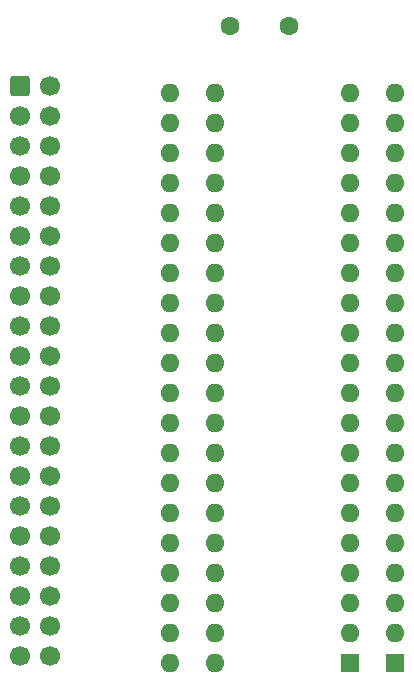
<source format=gbr>
%TF.GenerationSoftware,KiCad,Pcbnew,(6.0.9)*%
%TF.CreationDate,2022-11-13T11:09:17+10:30*%
%TF.ProjectId,TEC-SC IO Port,5445432d-5343-4204-994f-20506f72742e,rev?*%
%TF.SameCoordinates,Original*%
%TF.FileFunction,Soldermask,Bot*%
%TF.FilePolarity,Negative*%
%FSLAX46Y46*%
G04 Gerber Fmt 4.6, Leading zero omitted, Abs format (unit mm)*
G04 Created by KiCad (PCBNEW (6.0.9)) date 2022-11-13 11:09:17*
%MOMM*%
%LPD*%
G01*
G04 APERTURE LIST*
G04 Aperture macros list*
%AMRoundRect*
0 Rectangle with rounded corners*
0 $1 Rounding radius*
0 $2 $3 $4 $5 $6 $7 $8 $9 X,Y pos of 4 corners*
0 Add a 4 corners polygon primitive as box body*
4,1,4,$2,$3,$4,$5,$6,$7,$8,$9,$2,$3,0*
0 Add four circle primitives for the rounded corners*
1,1,$1+$1,$2,$3*
1,1,$1+$1,$4,$5*
1,1,$1+$1,$6,$7*
1,1,$1+$1,$8,$9*
0 Add four rect primitives between the rounded corners*
20,1,$1+$1,$2,$3,$4,$5,0*
20,1,$1+$1,$4,$5,$6,$7,0*
20,1,$1+$1,$6,$7,$8,$9,0*
20,1,$1+$1,$8,$9,$2,$3,0*%
G04 Aperture macros list end*
%ADD10R,1.600000X1.600000*%
%ADD11O,1.600000X1.600000*%
%ADD12C,1.600000*%
%ADD13RoundRect,0.250000X-0.600000X-0.600000X0.600000X-0.600000X0.600000X0.600000X-0.600000X0.600000X0*%
%ADD14C,1.700000*%
G04 APERTURE END LIST*
D10*
%TO.C,U1*%
X129545000Y-85085000D03*
D11*
X129545000Y-82545000D03*
X129545000Y-80005000D03*
X129545000Y-77465000D03*
X129545000Y-74925000D03*
X129545000Y-72385000D03*
X129545000Y-69845000D03*
X129545000Y-67305000D03*
X129545000Y-64765000D03*
X129545000Y-62225000D03*
X129545000Y-59685000D03*
X129545000Y-57145000D03*
X129545000Y-54605000D03*
X129545000Y-52065000D03*
X129545000Y-49525000D03*
X129545000Y-46985000D03*
X129545000Y-44445000D03*
X129545000Y-41905000D03*
X129545000Y-39365000D03*
X129545000Y-36825000D03*
X114305000Y-36825000D03*
X114305000Y-39365000D03*
X114305000Y-41905000D03*
X114305000Y-44445000D03*
X114305000Y-46985000D03*
X114305000Y-49525000D03*
X114305000Y-52065000D03*
X114305000Y-54605000D03*
X114305000Y-57145000D03*
X114305000Y-59685000D03*
X114305000Y-62225000D03*
X114305000Y-64765000D03*
X114305000Y-67305000D03*
X114305000Y-69845000D03*
X114305000Y-72385000D03*
X114305000Y-74925000D03*
X114305000Y-77465000D03*
X114305000Y-80005000D03*
X114305000Y-82545000D03*
X114305000Y-85085000D03*
%TD*%
D12*
%TO.C,C1*%
X124420000Y-31115000D03*
X119420000Y-31115000D03*
%TD*%
D13*
%TO.C,J1*%
X101600000Y-36195000D03*
D14*
X101600000Y-38735000D03*
X101600000Y-41275000D03*
X101600000Y-43815000D03*
X101600000Y-46355000D03*
X101600000Y-48895000D03*
X101600000Y-51435000D03*
X101600000Y-53975000D03*
X101600000Y-56515000D03*
X101600000Y-59055000D03*
X101600000Y-61595000D03*
X101600000Y-64135000D03*
X101600000Y-66675000D03*
X101600000Y-69215000D03*
X101600000Y-71755000D03*
X101600000Y-74295000D03*
X101600000Y-76835000D03*
X101600000Y-79375000D03*
X101600000Y-81915000D03*
X101600000Y-84455000D03*
X104140000Y-84455000D03*
X104140000Y-81915000D03*
X104140000Y-79375000D03*
X104140000Y-76835000D03*
X104140000Y-74295000D03*
X104140000Y-71755000D03*
X104140000Y-69215000D03*
X104140000Y-66675000D03*
X104140000Y-64135000D03*
X104140000Y-61595000D03*
X104140000Y-59055000D03*
X104140000Y-56515000D03*
X104140000Y-53975000D03*
X104140000Y-51435000D03*
X104140000Y-48895000D03*
X104140000Y-46355000D03*
X104140000Y-43815000D03*
X104140000Y-41275000D03*
X104140000Y-38735000D03*
X104140000Y-36195000D03*
%TD*%
D10*
%TO.C,J2*%
X133350000Y-85090000D03*
D11*
X133350000Y-82550000D03*
X133350000Y-80010000D03*
X133350000Y-77470000D03*
X133350000Y-74930000D03*
X133350000Y-72390000D03*
X133350000Y-69850000D03*
X133350000Y-67310000D03*
X133350000Y-64770000D03*
X133350000Y-62230000D03*
X133350000Y-59690000D03*
X133350000Y-57150000D03*
X133350000Y-54610000D03*
X133350000Y-52070000D03*
X133350000Y-49530000D03*
X133350000Y-46990000D03*
X133350000Y-44450000D03*
X133350000Y-41910000D03*
X133350000Y-39370000D03*
X133350000Y-36830000D03*
X118110000Y-36830000D03*
X118110000Y-39370000D03*
X118110000Y-41910000D03*
X118110000Y-44450000D03*
X118110000Y-46990000D03*
X118110000Y-49530000D03*
X118110000Y-52070000D03*
X118110000Y-54610000D03*
X118110000Y-57150000D03*
X118110000Y-59690000D03*
X118110000Y-62230000D03*
X118110000Y-64770000D03*
X118110000Y-67310000D03*
X118110000Y-69850000D03*
X118110000Y-72390000D03*
X118110000Y-74930000D03*
X118110000Y-77470000D03*
X118110000Y-80010000D03*
X118110000Y-82550000D03*
X118110000Y-85090000D03*
%TD*%
M02*

</source>
